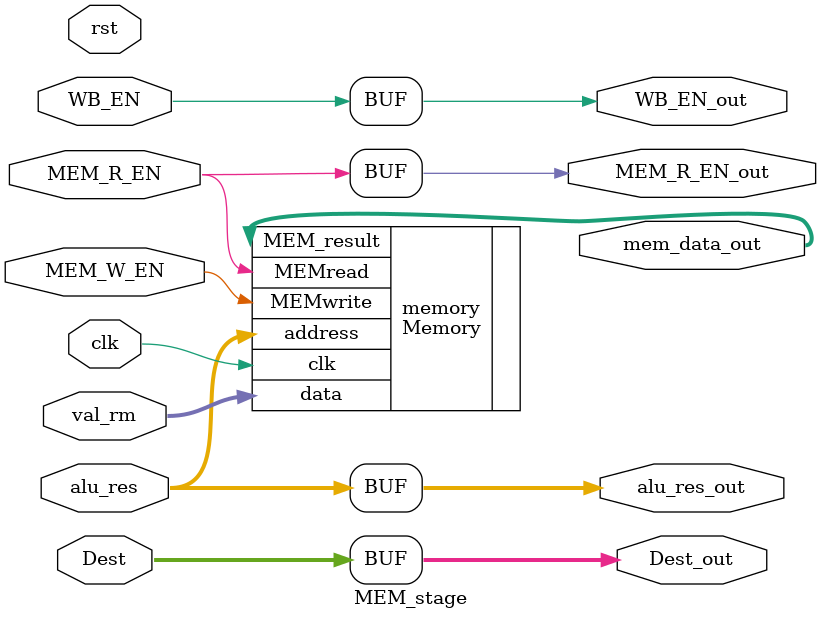
<source format=v>
`timescale 1ns/1ns
module MEM_stage(
    input clk, rst,
    input MEM_R_EN, MEM_W_EN, WB_EN,
    input [31:0] alu_res, val_rm,
    input [3:0] Dest,
    output reg MEM_R_EN_out, WB_EN_out,
    output reg [31:0] alu_res_out,
    output [31:0]mem_data_out,
    output reg [3:0] Dest_out
);
  
  Memory memory(
    .clk(clk),
    .MEMread(MEM_R_EN),
    .MEMwrite(MEM_W_EN),
    .address(alu_res),
    .data(val_rm),
    .MEM_result(mem_data_out)
  );
  
  assign MEM_R_EN_out = MEM_R_EN;
  assign WB_EN_out = WB_EN;
  assign alu_res_out = alu_res;
  assign Dest_out = Dest;
  
endmodule
</source>
